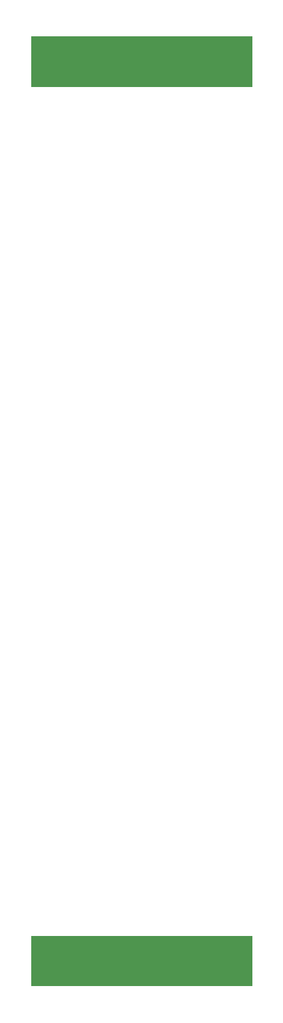
<source format=gbs>
G04 Layer: BottomSolderMaskLayer*
G04 EasyEDA v6.5.29, 2023-07-16 15:11:24*
G04 63e7fe2a966c4c1a99b2cd883c34ad4b,5a6b42c53f6a479593ecc07194224c93,10*
G04 Gerber Generator version 0.2*
G04 Scale: 100 percent, Rotated: No, Reflected: No *
G04 Dimensions in millimeters *
G04 leading zeros omitted , absolute positions ,4 integer and 5 decimal *
%FSLAX45Y45*%
%MOMM*%

%ADD10O,6.6032126X3.4031936000000003*%

%LPD*%
D10*
G01*
X685800Y12573000D03*
G01*
X2311400Y330200D03*
G36*
X0Y12839700D02*
G01*
X2997200Y12839700D01*
X2997200Y12153900D01*
X0Y12153900D01*
G37*
G36*
X0Y673100D02*
G01*
X2997200Y673100D01*
X2997200Y0D01*
X0Y0D01*
G37*
M02*

</source>
